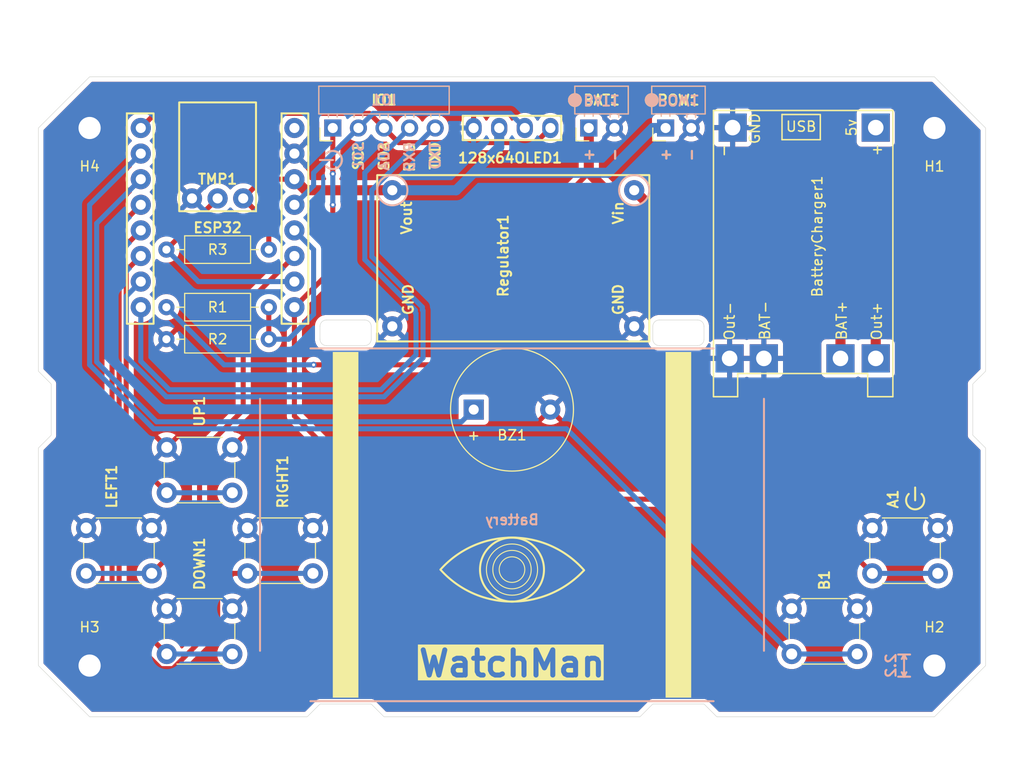
<source format=kicad_pcb>
(kicad_pcb (version 20241229) (generator "pcbnew") (generator_version "9.0")
  (layers (0 "F.Cu" signal) (2 "B.Cu" signal) (13 "F.Paste" user) (15 "B.Paste" user) (5 "F.SilkS" user "F.Silkscreen") (7 "B.SilkS" user "B.Silkscreen") (1 "F.Mask" user) (3 "B.Mask" user) (25 "Edge.Cuts" user))
  (net 0 "")
  (net 1 "GND")
  (net 2 "3.3V")
  (net 3 "Net-(BatteryCharger1-OUT+)")
  (net 5 "BAT")
  (net 7 "Net-(BAT1-+)")
  (net 8 "A")
  (net 9 "B")
  (net 10 "BUZZER")
  (net 11 "DOWN")
  (net 12 "TMP")
  (net 13 "RIGHT")
  (net 14 "UP")
  (net 15 "LEFT")
  (net 16 "SCL")
  (net 17 "SDA")
  (net 18 "RXD")
  (net 19 "TXD")
  (footprint "Button_Switch_THT:SW_PUSH_6mm" (layer "F.Cu") (at 73.75 111.75)
    (property "Reference" "RIGHT1" (at 3.505 -1.84 270) (layer "F.SilkS") (effects (font (thickness 0.2) (bold yes)) (justify left)))
    (property "Value" "~")
    (fp_line (start -0.25 1.5) (end -0.25 3) (stroke (width 0.12)) (layer "F.SilkS"))
    (fp_line (start 1 5.5) (end 5.5 5.5) (stroke (width 0.12)) (layer "F.SilkS"))
    (fp_line (start 5.5 -1) (end 1 -1) (stroke (width 0.12)) (layer "F.SilkS"))
    (fp_line (start 6.75 3) (end 6.75 1.5) (stroke (width 0.12)) (layer "F.SilkS"))
    (pad "1" thru_hole circle (at 0 0 90) (size 2 2) (drill 1.1) (layers "*.Cu" "*.Mask") (net 1 "GND"))
    (pad "1" thru_hole circle (at 6.5 0 90) (size 2 2) (drill 1.1) (layers "*.Cu" "*.Mask") (net 1 "GND"))
    (pad "2" thru_hole circle (at 0 4.5 90) (size 2 2) (drill 1.1) (layers "*.Cu" "*.Mask") (net 13 "RIGHT"))
    (pad "2" thru_hole circle (at 6.5 4.5 90) (size 2 2) (drill 1.1) (layers "*.Cu" "*.Mask") (net 13 "RIGHT"))
  )
  (footprint "Button_Switch_THT:SW_PUSH_6mm" (layer "F.Cu") (at 127.75 119.75)
    (property "Reference" "B1" (at 3.25 -1.72 90) (layer "F.SilkS") (effects (font (thickness 0.2) (bold yes)) (justify left)))
    (property "Value" "~")
    (fp_line (start -0.25 1.5) (end -0.25 3) (stroke (width 0.12)) (layer "F.SilkS"))
    (fp_line (start 1 5.5) (end 5.5 5.5) (stroke (width 0.12)) (layer "F.SilkS"))
    (fp_line (start 5.5 -1) (end 1 -1) (stroke (width 0.12)) (layer "F.SilkS"))
    (fp_line (start 6.75 3) (end 6.75 1.5) (stroke (width 0.12)) (layer "F.SilkS"))
    (pad "1" thru_hole circle (at 0 0 90) (size 2 2) (drill 1.1) (layers "*.Cu" "*.Mask") (net 1 "GND"))
    (pad "1" thru_hole circle (at 6.5 0 90) (size 2 2) (drill 1.1) (layers "*.Cu" "*.Mask") (net 1 "GND"))
    (pad "2" thru_hole circle (at 0 4.5 90) (size 2 2) (drill 1.1) (layers "*.Cu" "*.Mask") (net 9 "B"))
    (pad "2" thru_hole circle (at 6.5 4.5 90) (size 2 2) (drill 1.1) (layers "*.Cu" "*.Mask") (net 9 "B"))
  )
  (footprint "Button_Switch_THT:SW_PUSH_6mm" (layer "F.Cu") (at 65.75 119.75)
    (property "Reference" "DOWN1" (at 3.25 -1.72 90) (layer "F.SilkS") (effects (font (thickness 0.2) (bold yes)) (justify left)))
    (property "Value" "~")
    (fp_line (start -0.25 1.5) (end -0.25 3) (stroke (width 0.12)) (layer "F.SilkS"))
    (fp_line (start 1 5.5) (end 5.5 5.5) (stroke (width 0.12)) (layer "F.SilkS"))
    (fp_line (start 5.5 -1) (end 1 -1) (stroke (width 0.12)) (layer "F.SilkS"))
    (fp_line (start 6.75 3) (end 6.75 1.5) (stroke (width 0.12)) (layer "F.SilkS"))
    (pad "1" thru_hole circle (at 0 0 90) (size 2 2) (drill 1.1) (layers "*.Cu" "*.Mask") (net 1 "GND"))
    (pad "1" thru_hole circle (at 6.5 0 90) (size 2 2) (drill 1.1) (layers "*.Cu" "*.Mask") (net 1 "GND"))
    (pad "2" thru_hole circle (at 0 4.5 90) (size 2 2) (drill 1.1) (layers "*.Cu" "*.Mask") (net 11 "DOWN"))
    (pad "2" thru_hole circle (at 6.5 4.5 90) (size 2 2) (drill 1.1) (layers "*.Cu" "*.Mask") (net 11 "DOWN"))
  )
  (footprint "MountingHole:MountingHole_2.2mm_M2_DIN965_Pad_TopBottom" (layer "F.Cu") (at 141.91 125.4)
    (property "Reference" "H2" (at 0 -3.81 0) (layer "F.SilkS"))
    (property "Value" "MountingHole_Pad")
    (pad "1" thru_hole circle (at 0 0) (size 2.6 2.6) (drill 2.2) (layers "*.Cu" "*.Mask") (net 1 "GND"))
    (pad "1" connect circle (at 0 0) (size 3.8 3.8) (layers "F.Cu" "F.Mask") (net 1 "GND"))
    (pad "1" connect circle (at 0 0) (size 3.8 3.8) (layers "B.Cu" "B.Mask") (net 1 "GND"))
  )
  (footprint "Resistor_THT:R_Axial_DIN0207_L6.3mm_D2.5mm_P10.16mm_Horizontal" (layer "F.Cu") (at 65.71 89.84)
    (property "Reference" "R1" (at 5.08 0 0) (layer "F.SilkS"))
    (property "Value" "R")
    (fp_line (start 1.04 0) (end 1.81 0) (stroke (width 0.12)) (layer "F.SilkS"))
    (fp_line (start 9.12 0) (end 8.35 0) (stroke (width 0.12)) (layer "F.SilkS"))
    (fp_rect (start 1.81 -1.37) (end 8.35 1.37) (stroke (width 0.12)) (fill no) (layer "F.SilkS"))
    (pad "1" thru_hole circle (at 0 0) (size 1.6 1.6) (drill 0.8) (layers "*.Cu" "*.Mask") (net 7 "Net-(BAT1-+)"))
    (pad "2" thru_hole circle (at 10.16 0) (size 1.6 1.6) (drill 0.8) (layers "*.Cu" "*.Mask") (net 5 "BAT"))
  )
  (footprint "Button_Switch_THT:SW_PUSH_6mm" (layer "F.Cu") (at 65.75 103.75)
    (property "Reference" "UP1" (at 3.25 -1.96 90) (layer "F.SilkS") (effects (font (thickness 0.2) (bold yes)) (justify left)))
    (property "Value" "~")
    (fp_line (start -0.25 1.5) (end -0.25 3) (stroke (width 0.12)) (layer "F.SilkS"))
    (fp_line (start 1 5.5) (end 5.5 5.5) (stroke (width 0.12)) (layer "F.SilkS"))
    (fp_line (start 5.5 -1) (end 1 -1) (stroke (width 0.12)) (layer "F.SilkS"))
    (fp_line (start 6.75 3) (end 6.75 1.5) (stroke (width 0.12)) (layer "F.SilkS"))
    (pad "1" thru_hole circle (at 0 0 90) (size 2 2) (drill 1.1) (layers "*.Cu" "*.Mask") (net 1 "GND"))
    (pad "1" thru_hole circle (at 6.5 0 90) (size 2 2) (drill 1.1) (layers "*.Cu" "*.Mask") (net 1 "GND"))
    (pad "2" thru_hole circle (at 0 4.5 90) (size 2 2) (drill 1.1) (layers "*.Cu" "*.Mask") (net 14 "UP"))
    (pad "2" thru_hole circle (at 6.5 4.5 90) (size 2 2) (drill 1.1) (layers "*.Cu" "*.Mask") (net 14 "UP"))
  )
  (footprint "custom:LIPOBattery Header" (layer "F.Cu") (at 107.62 72.06 90)
    (property "Reference" "BAT1" (at 2.77 1.27 0) (layer "F.SilkS") (effects (font (thickness 0.2) (bold yes))))
    (property "Value" "~")
    (fp_line (start 4.15 -1.38) (end 1.39 -1.38) (stroke (width 0.12)) (layer "F.SilkS"))
    (fp_line (start 1.39 -1.38) (end 1.39 3.92) (stroke (width 0.12)) (layer "F.SilkS"))
    (fp_line (start -1.27 -1.27) (end 0 -1.27) (stroke (width 0.12)) (layer "F.SilkS"))
    (fp_line (start 1.16 -0.43) (end 1.39 -0.43) (stroke (width 0.12)) (layer "F.SilkS"))
    (fp_line (start -1.27 0) (end -1.27 -1.27) (stroke (width 0.12)) (layer "F.SilkS"))
    (fp_line (start 1.16 0.43) (end 1.39 0.43) (stroke (width 0.12)) (layer "F.SilkS"))
    (fp_line (start 1.077358 2.11) (end 1.39 2.11) (stroke (width 0.12)) (layer "F.SilkS"))
    (fp_line (start 1.077358 2.97) (end 1.39 2.97) (stroke (width 0.12)) (layer "F.SilkS"))
    (fp_line (start 4.15 3.92) (end 4.15 -1.38) (stroke (width 0.12)) (layer "F.SilkS"))
    (fp_line (start 1.39 3.92) (end 4.15 3.92) (stroke (width 0.12)) (layer "F.SilkS"))
    (fp_circle (center 2.77 -1.38) (end 2.77 -0.745) (stroke (width 0.1)) (fill yes) (layer "F.SilkS"))
    (fp_line (start 4.157 -1.3782) (end 1.397 -1.3782) (stroke (width 0.12)) (layer "B.SilkS"))
    (fp_line (start 1.397 -1.3782) (end 1.397 3.9218) (stroke (width 0.12)) (layer "B.SilkS"))
    (fp_line (start 1.167 -0.4282) (end 1.397 -0.4282) (stroke (width 0.12)) (layer "B.SilkS"))
    (fp_line (start 1.167 0.4318) (end 1.397 0.4318) (stroke (width 0.12)) (layer "B.SilkS"))
    (fp_line (start 1.084358 2.1118) (end 1.397 2.1118) (stroke (width 0.12)) (layer "B.SilkS"))
    (fp_line (start 1.084358 2.9718) (end 1.397 2.9718) (stroke (width 0.12)) (layer "B.SilkS"))
    (fp_line (start 4.157 3.9218) (end 4.157 -1.3782) (stroke (width 0.12)) (layer "B.SilkS"))
    (fp_line (start 1.397 3.9218) (end 4.157 3.9218) (stroke (width 0.12)) (layer "B.SilkS"))
    (fp_circle (center 2.77 -1.38) (end 2.77 -0.745) (stroke (width 0.1)) (fill yes) (layer "B.SilkS"))
    (fp_text user "+" (at -1.905 0 90) (layer "F.SilkS") (effects (font (thickness 0.2) (bold yes)) (justify right)))
    (fp_text user "-" (at -1.905 2.54 90) (layer "F.SilkS") (effects (font (thickness 0.2) (bold yes)) (justify right)))
    (fp_text user "-" (at -1.905 2.54 90) (layer "B.SilkS") (effects (font (thickness 0.2) (bold yes)) (justify left mirror)))
    (fp_text user "+" (at -1.905 0 90) (layer "B.SilkS") (effects (font (thickness 0.2) (bold yes)) (justify left mirror)))
    (fp_text user "${REFERENCE}" (at 2.77 1.27 180) (layer "B.SilkS") (effects (font (thickness 0.2) (bold yes)) (justify mirror)))
    (pad "1" thru_hole circle (at 0 2.54 90) (size 1.7 1.7) (drill 1) (layers "*.Cu" "*.Mask") (net 1 "GND"))
    (pad "2" thru_hole rect (at 0 0 90) (size 1.7 1.7) (drill 1) (layers "*.Cu" "*.Mask") (net 7 "Net-(BAT1-+)"))
  )
  (footprint "custom:Battery" (layer "F.Cu") (at 100 111.43)
    (property "Reference" "Battery" (at 0 -0.5 0) (layer "B.SilkS") (effects (font (thickness 0.2) (bold yes)) (justify mirror)))
    (property "Value" "Battery")
    (fp_line (start -25 -12.5) (end -25 12.5) (stroke (width 0.2)) (layer "B.SilkS"))
    (fp_line (start -20 17.5) (end 20 17.5) (stroke (width 0.2)) (layer "B.SilkS"))
    (fp_line (start 20 -17.5) (end -20 -17.5) (stroke (width 0.2)) (layer "B.SilkS"))
    (fp_line (start 25 -12.5) (end 25 12.5) (stroke (width 0.2)) (layer "B.SilkS"))
  )
  (footprint "custom:BuckBoost3.3V_0.85A" (layer "F.Cu") (at 99.625 84.735 90)
    (property "Reference" "Regulator1" (at 0 -0.5 90) (layer "F.SilkS") (effects (font (thickness 0.2) (bold yes))))
    (property "Value" "~")
    (fp_rect (start -8.5 -13) (end 8 14) (stroke (width 0.2)) (fill no) (layer "F.SilkS"))
    (fp_circle (center 6.5 -11.5) (end 8 -11.5) (stroke (width 0.2)) (fill no) (layer "B.SilkS"))
    (fp_circle (center 6.5 12.5) (end 8 12.5) (stroke (width 0.2)) (fill no) (layer "B.SilkS"))
    (fp_text user "Vout" (at 5.5 -9.5 90) (layer "F.SilkS") (effects (font (thickness 0.2) (bold yes)) (justify right bottom)))
    (fp_text user "GND" (at -6 11.5 90) (layer "F.SilkS") (effects (font (thickness 0.2) (bold yes)) (justify left bottom)))
    (fp_text user "GND" (at -6 -10.5 90) (layer "F.SilkS") (effects (font (thickness 0.2) (bold yes)) (justify left top)))
    (fp_text user "Vin" (at 5.5 11.5 90) (layer "F.SilkS") (effects (font (thickness 0.2) (bold yes)) (justify right bottom)))
    (pad "1" thru_hole circle (at -7 -11.5 90) (size 2 2) (drill 1) (layers "*.Cu" "*.Mask") (net 1 "GND"))
    (pad "1" thru_hole circle (at -7 12.5 90) (size 2 2) (drill 1) (layers "*.Cu" "*.Mask") (net 1 "GND"))
    (pad "2" thru_hole circle (at 6.5 12.5 90) (size 2 2) (drill 1) (layers "*.Cu" "*.Mask") (net 3 "Net-(BatteryCharger1-OUT+)"))
    (pad "3" thru_hole circle (at 6.5 -11.5 90) (size 2 2) (drill 1) (layers "*.Cu" "*.Mask") (net 2 "3.3V"))
  )
  (footprint "Button_Switch_THT:SW_PUSH_6mm" (layer "F.Cu") (at 135.75 111.75)
    (property "Reference" "A1" (at 2.06 -1.84 90) (layer "F.SilkS") (effects (font (thickness 0.2) (bold yes)) (justify left)))
    (property "Value" "~")
    (fp_line (start -0.25 1.5) (end -0.25 3) (stroke (width 0.12)) (layer "F.SilkS"))
    (fp_line (start 1 5.5) (end 5.5 5.5) (stroke (width 0.12)) (layer "F.SilkS"))
    (fp_line (start 5.5 -1) (end 1 -1) (stroke (width 0.12)) (layer "F.SilkS"))
    (fp_line (start 6.75 3) (end 6.75 1.5) (stroke (width 0.12)) (layer "F.SilkS"))
    (pad "1" thru_hole circle (at 0 0 90) (size 2 2) (drill 1.1) (layers "*.Cu" "*.Mask") (net 1 "GND"))
    (pad "1" thru_hole circle (at 6.5 0 90) (size 2 2) (drill 1.1) (layers "*.Cu" "*.Mask") (net 1 "GND"))
    (pad "2" thru_hole circle (at 0 4.5 90) (size 2 2) (drill 1.1) (layers "*.Cu" "*.Mask") (net 8 "A"))
    (pad "2" thru_hole circle (at 6.5 4.5 90) (size 2 2) (drill 1.1) (layers "*.Cu" "*.Mask") (net 8 "A"))
  )
  (footprint "Button_Switch_THT:SW_PUSH_6mm" (layer "F.Cu") (at 57.75 111.75)
    (property "Reference" "LEFT1" (at 2.535 -1.84 270) (layer "F.SilkS") (effects (font (thickness 0.2) (bold yes)) (justify left)))
    (property "Value" "~")
    (fp_line (start -0.25 1.5) (end -0.25 3) (stroke (width 0.12)) (layer "F.SilkS"))
    (fp_line (start 1 5.5) (end 5.5 5.5) (stroke (width 0.12)) (layer "F.SilkS"))
    (fp_line (start 5.5 -1) (end 1 -1) (stroke (width 0.12)) (layer "F.SilkS"))
    (fp_line (start 6.75 3) (end 6.75 1.5) (stroke (width 0.12)) (layer "F.SilkS"))
    (pad "1" thru_hole circle (at 0 0 90) (size 2 2) (drill 1.1) (layers "*.Cu" "*.Mask") (net 1 "GND"))
    (pad "1" thru_hole circle (at 6.5 0 90) (size 2 2) (drill 1.1) (layers "*.Cu" "*.Mask") (net 1 "GND"))
    (pad "2" thru_hole circle (at 0 4.5 90) (size 2 2) (drill 1.1) (layers "*.Cu" "*.Mask") (net 15 "LEFT"))
    (pad "2" thru_hole circle (at 6.5 4.5 90) (size 2 2) (drill 1.1) (layers "*.Cu" "*.Mask") (net 15 "LEFT"))
  )
  (footprint "custom:LIPOBattery Header" (layer "F.Cu") (at 115.24 72.06 90)
    (property "Reference" "POW1" (at 2.77 1.27 0) (layer "F.SilkS") (effects (font (thickness 0.2) (bold yes))))
    (property "Value" "~")
    (fp_line (start 4.15 -1.38) (end 1.39 -1.38) (stroke (width 0.12)) (layer "F.SilkS"))
    (fp_line (start 1.39 -1.38) (end 1.39 3.92) (stroke (width 0.12)) (layer "F.SilkS"))
    (fp_line (start -1.27 -1.27) (end 0 -1.27) (stroke (width 0.12)) (layer "F.SilkS"))
    (fp_line (start 1.16 -0.43) (end 1.39 -0.43) (stroke (width 0.12)) (layer "F.SilkS"))
    (fp_line (start -1.27 0) (end -1.27 -1.27) (stroke (width 0.12)) (layer "F.SilkS"))
    (fp_line (start 1.16 0.43) (end 1.39 0.43) (stroke (width 0.12)) (layer "F.SilkS"))
    (fp_line (start 1.077358 2.11) (end 1.39 2.11) (stroke (width 0.12)) (layer "F.SilkS"))
    (fp_line (start 1.077358 2.97) (end 1.39 2.97) (stroke (width 0.12)) (layer "F.SilkS"))
    (fp_line (start 4.15 3.92) (end 4.15 -1.38) (stroke (width 0.12)) (layer "F.SilkS"))
    (fp_line (start 1.39 3.92) (end 4.15 3.92) (stroke (width 0.12)) (layer "F.SilkS"))
    (fp_circle (center 2.77 -1.38) (end 2.77 -0.745) (stroke (width 0.1)) (fill yes) (layer "F.SilkS"))
    (fp_line (start 4.157 -1.3782) (end 1.397 -1.3782) (stroke (width 0.12)) (layer "B.SilkS"))
    (fp_line (start 1.397 -1.3782) (end 1.397 3.9218) (stroke (width 0.12)) (layer "B.SilkS"))
    (fp_line (start 1.167 -0.4282) (end 1.397 -0.4282) (stroke (width 0.12)) (layer "B.SilkS"))
    (fp_line (start 1.167 0.4318) (end 1.397 0.4318) (stroke (width 0.12)) (layer "B.SilkS"))
    (fp_line (start 1.084358 2.1118) (end 1.397 2.1118) (stroke (width 0.12)) (layer "B.SilkS"))
    (fp_line (start 1.084358 2.9718) (end 1.397 2.9718) (stroke (width 0.12)) (layer "B.SilkS"))
    (fp_line (start 4.157 3.9218) (end 4.157 -1.3782) (stroke (width 0.12)) (layer "B.SilkS"))
    (fp_line (start 1.397 3.9218) (end 4.157 3.9218) (stroke (width 0.12)) (layer "B.SilkS"))
    (fp_circle (center 2.77 -1.38) (end 2.77 -0.745) (stroke (width 0.1)) (fill yes) (layer "B.SilkS"))
    (fp_text user "+" (at -1.905 0 90) (layer "F.SilkS") (effects (font (thickness 0.2) (bold yes)) (justify right)))
    (fp_text user "-" (at -1.905 2.54 90) (layer "F.SilkS") (effects (font (thickness 0.2) (bold yes)) (justify right)))
    (fp_text user "${REFERENCE}" (at 2.77 1.27 180) (layer "B.SilkS") (effects (font (thickness 0.2) (bold yes)) (justify mirror)))
    (fp_text user "+" (at -1.905 0 90) (layer "B.SilkS") (effects (font (thickness 0.2) (bold yes)) (justify left mirror)))
    (fp_text user "-" (at -1.905 2.54 90) (layer "B.SilkS") (effects (font (thickness 0.2) (bold yes)) (justify left mirror)))
    (pad "1" thru_hole circle (at 0 2.54 90) (size 1.7 1.7) (drill 1) (layers "*.Cu" "*.Mask") (net 1 "GND"))
    (pad "2" thru_hole rect (at 0 0 90) (size 1.7 1.7) (drill 1) (layers "*.Cu" "*.Mask") (net 2 "3.3V"))
  )
  (footprint "MountingHole:MountingHole_2.2mm_M2_DIN965_Pad_TopBottom" (layer "F.Cu") (at 58.09 72.06)
    (property "Reference" "H4" (at 0 3.81 0) (layer "F.SilkS"))
    (property "Value" "MountingHole_Pad")
    (pad "1" thru_hole circle (at 0 0) (size 2.6 2.6) (drill 2.2) (layers "*.Cu" "*.Mask") (net 1 "GND"))
    (pad "1" connect circle (at 0 0) (size 3.8 3.8) (layers "F.Cu" "F.Mask") (net 1 "GND"))
    (pad "1" connect circle (at 0 0) (size 3.8 3.8) (layers "B.Cu" "B.Mask") (net 1 "GND"))
  )
  (footprint "custom:IOPins" (layer "F.Cu") (at 82.22 72.06 90)
    (property "Reference" "IO1" (at 2.77 5.08 0) (layer "F.SilkS") (effects (font (thickness 0.2) (bold yes))))
    (property "Value" "~")
    (fp_line (start 4.15 -1.38) (end 1.39 -1.38) (stroke (width 0.12)) (layer "F.SilkS"))
    (fp_line (start 1.39 -1.38) (end 1.39 11.54) (stroke (width 0.12)) (layer "F.SilkS"))
    (fp_line (start -1.27 -1.27) (end 0 -1.27) (stroke (width 0.12)) (layer "F.SilkS"))
    (fp_line (start 1.16 -0.43) (end 1.39 -0.43) (stroke (width 0.12)) (layer "F.SilkS"))
    (fp_line (start -1.27 0) (end -1.27 -1.27) (stroke (width 0.12)) (layer "F.SilkS"))
    (fp_line (start -3.175 0) (end -3.175 -1.27) (stroke (width 0.2)) (layer "F.SilkS"))
    (fp_line (start 1.16 0.43) (end 1.39 0.43) (stroke (width 0.12)) (layer "F.SilkS"))
    (fp_line (start 1.077358 2.11) (end 1.39 2.11) (stroke (width 0.12)) (layer "F.SilkS"))
    (fp_line (start 1.077358 2.97) (end 1.39 2.97) (stroke (width 0.12)) (layer "F.SilkS"))
    (fp_line (start 1.077358 4.65) (end 1.39 4.65) (stroke (width 0.12)) (layer "F.SilkS"))
    (fp_line (start 1.077358 5.51) (end 1.39 5.51) (stroke (width 0.12)) (layer "F.SilkS"))
    (fp_line (start 1.077358 7.19) (end 1.39 7.19) (stroke (width 0.12)) (layer "F.SilkS"))
    (fp_line (start 1.077358 8.05) (end 1.39 8.05) (stroke (width 0.12)) (layer "F.SilkS"))
    (fp_line (start 1.077358 9.73) (end 1.39 9.73) (stroke (width 0.12)) (layer "F.SilkS"))
    (fp_line (start 1.077358 10.59) (end 1.39 10.59) (stroke (width 0.12)) (layer "F.SilkS"))
    (fp_line (start 4.15 11.54) (end 4.15 -1.38) (stroke (width 0.12)) (layer "F.SilkS"))
    (fp_line (start 1.39 11.54) (end 4.15 11.54) (stroke (width 0.12)) (layer "F.SilkS"))
    (fp_arc (start -2.54 -0.635) (mid -3.175 0.898026) (end -3.81 -0.635) (stroke (width 0.2)) (layer "F.SilkS"))
    (fp_line (start 4.157 -1.38) (end 4.157 11.54) (stroke (width 0.12)) (layer "B.SilkS"))
    (fp_line (start 1.397 -1.38) (end 4.157 -1.38) (stroke (width 0.12)) (layer "B.SilkS"))
    (fp_line (start 1.084358 -0.43) (end 1.397 -0.43) (stroke (width 0.12)) (layer "B.SilkS"))
    (fp_line (start -3.175 0) (end -3.175 -1.27) (stroke (width 0.2)) (layer "B.SilkS"))
    (fp_line (start 1.084358 0.43) (end 1.397 0.43) (stroke (width 0.12)) (layer "B.SilkS"))
    (fp_line (start 1.084358 2.11) (end 1.397 2.11) (stroke (width 0.12)) (layer "B.SilkS"))
    (fp_line (start 1.084358 2.97) (end 1.397 2.97) (stroke (width 0.12)) (layer "B.SilkS"))
    (fp_line (start 1.084358 4.65) (end 1.397 4.65) (stroke (width 0.12)) (layer "B.SilkS"))
    (fp_line (start 1.084358 5.51) (end 1.397 5.51) (stroke (width 0.12)) (layer "B.SilkS"))
    (fp_line (start 1.084358 7.19) (end 1.397 7.19) (stroke (width 0.12)) (layer "B.SilkS"))
    (fp_line (start 1.084358 8.05) (end 1.397 8.05) (stroke (width 0.12)) (layer "B.SilkS"))
    (fp_line (start 1.167 9.73) (end 1.397 9.73) (stroke (width 0.12)) (layer "B.SilkS"))
    (fp_line (start 1.167 10.59) (end 1.397 10.59) (stroke (width 0.12)) (layer "B.SilkS"))
    (fp_line (start 4.157 11.54) (end 1.397 11.54) (stroke (width 0.12)) (layer "B.SilkS"))
    (fp_line (start 1.397 11.54) (end 1.397 -1.38) (stroke (width 0.12)) (layer "B.SilkS"))
    (fp_arc (start -2.54 -0.635) (mid -3.175 0.898026) (end -3.81 -0.635) (stroke (width 0.2)) (layer "B.SilkS"))
    (fp_text user "TXD" (at -1.27 10.16 90) (layer "F.SilkS") (effects (font (thickness 0.2) (bold yes)) (justify right)))
    (fp_text user "RXD" (at -1.27 7.62 90) (layer "F.SilkS") (effects (font (thickness 0.2) (bold yes)) (justify right)))
    (fp_text user "SDA" (at -1.27 5.08 90) (layer "F.SilkS") (effects (font (thickness 0.2) (bold yes)) (justify right)))
    (fp_text user "SCL" (at -1.27 2.54 90) (layer "F.SilkS") (effects (font (thickness 0.2) (bold yes)) (justify right)))
    (fp_text user "RXD" (at -1.27 7.62 90) (layer "B.SilkS") (effects (font (thickness 0.2) (bold yes)) (justify left mirror)))
    (fp_text user "${REFERENCE}" (at 2.77 5.08 0) (layer "B.SilkS") (effects (font (thickness 0.2) (bold yes)) (justify mirror)))
    (fp_text user "SDA" (at -1.27 5.08 90) (layer "B.SilkS") (effects (font (thickness 0.2) (bold yes)) (justify left mirror)))
    (fp_text user "TXD" (at -1.27 10.16 90) (layer "B.SilkS") (effects (font (thickness 0.2) (bold yes)) (justify left mirror)))
    (fp_text user "SCL" (at -1.27 2.54 90) (layer "B.SilkS") (effects (font (thickness 0.2) (bold yes)) (justify left mirror)))
    (pad "1" thru_hole rect (at 0 0 90) (size 1.7 1.7) (drill 1) (layers "*.Cu" "*.Mask") (net 8 "A"))
    (pad "2" thru_hole circle (at 0 2.54 90) (size 1.7 1.7) (drill 1) (layers "*.Cu" "*.Mask") (net 16 "SCL"))
    (pad "3" thru_hole circle (at 0 5.08 90) (size 1.7 1.7) (drill 1) (layers "*.Cu" "*.Mask") (net 17 "SDA"))
    (pad "4" thru_hole circle (at 0 7.62 90) (size 1.7 1.7) (drill 1) (layers "*.Cu" "*.Mask") (net 18 "RXD"))
    (pad "5" thru_hole circle (at 0 10.16 90) (size 1.7 1.7) (drill 1) (layers "*.Cu" "*.Mask") (net 19 "TXD"))
  )
  (footprint "Resistor_THT:R_Axial_DIN0207_L6.3mm_D2.5mm_P10.16mm_Horizontal" (layer "F.Cu") (at 65.71 84.125)
    (property "Reference" "R3" (at 5.08 0 0) (layer "F.SilkS"))
    (property "Value" "R")
    (fp_line (start 1.04 0) (end 1.81 0) (stroke (width 0.12)) (layer "F.SilkS"))
    (fp_line (start 9.12 0) (end 8.35 0) (stroke (width 0.12)) (layer "F.SilkS"))
    (fp_rect (start 1.81 -1.37) (end 8.35 1.37) (stroke (width 0.12)) (fill no) (layer "F.SilkS"))
    (pad "1" thru_hole circle (at 0 0) (size 1.6 1.6) (drill 0.8) (layers "*.Cu" "*.Mask") (net 12 "TMP"))
    (pad "2" thru_hole circle (at 10.16 0) (size 1.6 1.6) (drill 0.8) (layers "*.Cu" "*.Mask") (net 2 "3.3V"))
  )
  (footprint "custom:128x64OLED" (layer "F.Cu") (at 99.81 82.66)
    (property "Reference" "128x64OLED1" (at 0 -7.62 0) (layer "F.SilkS") (effects (font (thickness 0.2) (bold yes))))
    (property "Value" "~")
    (fp_line (start -4.699 -11.811) (end -4.699 -9.398) (stroke (width 0.2)) (layer "F.SilkS"))
    (fp_line (start -4.699 -11.811) (end 5.08 -11.811) (stroke (width 0.2)) (layer "F.SilkS"))
    (fp_line (start 5.08 -11.811) (end 5.08 -9.398) (stroke (width 0.2)) (layer "F.SilkS"))
    (fp_line (start 5.08 -9.398) (end -4.699 -9.398) (stroke (width 0.2)) (layer "F.SilkS"))
    (pad "1" thru_hole oval (at -3.62 -10.6 90) (size 2 1.6) (drill 1) (layers "*.Cu" "*.Mask") (net 1 "GND"))
    (pad "2" thru_hole oval (at -1.08 -10.6 90) (size 2 1.6) (drill 1) (layers "*.Cu" "*.Mask") (net 2 "3.3V"))
    (pad "3" thru_hole oval (at 1.46 -10.6 90) (size 2 1.6) (drill 1) (layers "*.Cu" "*.Mask") (net 16 "SCL"))
    (pad "4" thru_hole oval (at 4 -10.6 90) (size 2 1.6) (drill 1) (layers "*.Cu" "*.Mask") (net 17 "SDA"))
  )
  (footprint "Resistor_THT:R_Axial_DIN0207_L6.3mm_D2.5mm_P10.16mm_Horizontal" (layer "F.Cu") (at 75.87 93.015 180)
    (property "Reference" "R2" (at 5.08 0 0) (layer "F.SilkS"))
    (property "Value" "R")
    (fp_line (start 9.12 0) (end 8.35 0) (stroke (width 0.12)) (layer "F.SilkS"))
    (fp_line (start 1.04 0) (end 1.81 0) (stroke (width 0.12)) (layer "F.SilkS"))
    (fp_rect (start 1.81 -1.37) (end 8.35 1.37) (stroke (width 0.12)) (fill no) (layer "F.SilkS"))
    (pad "1" thru_hole circle (at 0 0 180) (size 1.6 1.6) (drill 0.8) (layers "*.Cu" "*.Mask") (net 5 "BAT"))
    (pad "2" thru_hole circle (at 10.16 0 180) (size 1.6 1.6) (drill 0.8) (layers "*.Cu" "*.Mask") (net 1 "GND"))
  )
  (footprint "MountingHole:MountingHole_2.2mm_M2_DIN965_Pad_TopBottom" (layer "F.Cu") (at 58.09 125.4)
    (property "Reference" "H3" (at 0 -3.81 0) (layer "F.SilkS"))
    (property "Value" "MountingHole_Pad")
    (pad "1" thru_hole circle (at 0 0) (size 2.6 2.6) (drill 2.2) (layers "*.Cu" "*.Mask") (net 1 "GND"))
    (pad "1" connect circle (at 0 0) (size 3.8 3.8) (layers "F.Cu" "F.Mask") (net 1 "GND"))
    (pad "1" connect circle (at 0 0) (size 3.8 3.8) (layers "B.Cu" "B.Mask") (net 1 "GND"))
  )
  (footprint "custom:MODULE_ESP32-C3_SUPERMINI_TH" (layer "F.Cu") (at 70.79 81.96)
    (property "Reference" "ESP32" (at 0 0 0) (layer "F.SilkS") (effects (font (thickness 0.2) (bold yes))))
    (property "Value" "~")
    (fp_rect (start -9 -11.35) (end -6.35 9.525) (stroke (width 0.2)) (fill no) (layer "F.SilkS"))
    (fp_rect (start 6.35 -11.35) (end 9 9.525) (stroke (width 0.2)) (fill no) (layer "F.SilkS"))
    (pad "0" thru_hole circle (at 7.62 7.88) (size 2 2) (drill 1) (layers "*.Cu" "*.Mask") (net 8 "A"))
    (pad "1" thru_hole circle (at 7.62 5.34) (size 2 2) (drill 1) (layers "*.Cu" "*.Mask") (net 12 "TMP"))
    (pad "2" thru_hole circle (at 7.62 2.8) (size 2 2) (drill 1) (layers "*.Cu" "*.Mask") (net 15 "LEFT"))
    (pad "3" thru_hole circle (at 7.62 0.26) (size 2 2) (drill 1) (layers "*.Cu" "*.Mask") (net 5 "BAT"))
    (pad "3.3" thru_hole circle (at 7.62 -4.82) (size 2 2) (drill 1) (layers "*.Cu" "*.Mask") (net 2 "3.3V"))
    (pad "4" thru_hole circle (at 7.62 -2.28) (size 2 2) (drill 1) (layers "*.Cu" "*.Mask") (net 16 "SCL"))
    (pad "5" thru_hole circle (at -7.62 -9.9) (size 2 2) (drill 1) (layers "*.Cu" "*.Mask") (net 17 "SDA"))
    (pad "5V" thru_hole circle (at 7.62 -9.9) (size 2 2) (drill 1) (layers "*.Cu" "*.Mask"))
    (pad "6" thru_hole circle (at -7.62 -7.36) (size 2 2) (drill 1) (layers "*.Cu" "*.Mask") (net 9 "B"))
    (pad "7" thru_hole circle (at -7.62 -4.82) (size 2 2) (drill 1) (layers "*.Cu" "*.Mask") (net 10 "BUZZER"))
    (pad "8" thru_hole circle (at -7.62 -2.28) (size 2 2) (drill 1) (layers "*.Cu" "*.Mask") (net 13 "RIGHT"))
    (pad "9" thru_hole circle (at -7.62 0.26) (size 2 2) (drill 1) (layers "*.Cu" "*.Mask") (net 11 "DOWN"))
    (pad "10" thru_hole circle (at -7.62 2.8) (size 2 2) (drill 1) (layers "*.Cu" "*.Mask") (net 14 "UP"))
    (pad "20" thru_hole circle (at -7.62 5.34) (size 2 2) (drill 1) (layers "*.Cu" "*.Mask") (net 19 "TXD"))
    (pad "21" thru_hole circle (at -7.62 7.88) (size 2 2) (drill 1) (layers "*.Cu" "*.Mask") (net 18 "RXD"))
    (pad "G" thru_hole circle (at 7.62 -7.36) (size 2 2) (drill 1) (layers "*.Cu" "*.Mask") (net 1 "GND"))
  )
  (footprint "Buzzer_Beeper:Buzzer_12x9.5RM7.6" (layer "F.Cu") (at 96.2 100)
    (property "Reference" "BZ1" (at 3.8 2.54 0) (layer "F.SilkS"))
    (property "Value" "Buzzer")
    (fp_circle (center 3.8 0) (end 9.9 0) (stroke (width 0.12)) (fill no) (layer "F.SilkS"))
    (fp_text user "+" (at 0 2.54 0) (layer "F.SilkS"))
    (pad "1" thru_hole rect (at 0 0) (size 2 2) (drill 1) (layers "*.Cu" "*.Mask") (net 10 "BUZZER"))
    (pad "2" thru_hole circle (at 7.6 0) (size 2 2) (drill 1) (layers "*.Cu" "*.Mask") (net 1 "GND"))
  )
  (footprint "custom:TP4056-18650" (layer "F.Cu") (at 137.79 70.32 -90)
    (property "Reference" "BatteryCharger1" (at 12.5 7.5 90) (layer "F.SilkS"))
    (property "Value" "~")
    (fp_line (start 0 17.8) (end 0 0) (stroke (width 0.15)) (layer "F.SilkS"))
    (fp_line (start 28.4 17.8) (end 0 17.8) (stroke (width 0.15)) (layer "F.SilkS"))
    (fp_line (start 28.4 15.7) (end 28.4 17.8) (stroke (width 0.15)) (layer "F.SilkS"))
    (fp_line (start 26.1 15.4) (end 26.4 15.4) (stroke (width 0.15)) (layer "F.SilkS"))
    (fp_line (start 26.3 15.4) (end 28.4 15.4) (stroke (width 0.15)) (layer "F.SilkS"))
    (fp_line (start 28.4 15.4) (end 28.4 15.7) (stroke (width 0.15)) (layer "F.SilkS"))
    (fp_line (start 0.4 11) (end 0.4 7.3) (stroke (width 0.15)) (layer "F.SilkS"))
    (fp_line (start 2.9 11) (end 0.4 11) (stroke (width 0.15)) (layer "F.SilkS"))
    (fp_line (start 0.4 7.2) (end 2.9 7.2) (stroke (width 0.15)) (layer "F.SilkS"))
    (fp_line (start 2.9 7.2) (end 2.9 11) (stroke (width 0.15)) (layer "F.SilkS"))
    (fp_line (start 26.1 2.5) (end 26.1 15.4) (stroke (width 0.15)) (layer "F.SilkS"))
    (fp_line (start 28.4 2.5) (end 26.1 2.5) (stroke (width 0.15)) (layer "F.SilkS"))
    (fp_line (start 0 0) (end 26.3 0) (stroke (width 0.15)) (layer "F.SilkS"))
    (fp_line (start 26.3 0) (end 28.4 0) (stroke (width 0.15)) (layer "F.SilkS"))
    (fp_line (start 28.4 0) (end 28.4 2.5) (stroke (width 0.15)) (layer "F.SilkS"))
    (fp_text user "Out+" (at 20.9 1.6 90) (layer "F.SilkS"))
    (fp_text user "GND" (at 1.8 13.7 90) (layer "F.SilkS"))
    (fp_text user "Out-" (at 20.9 16.2 90) (layer "F.SilkS"))
    (fp_text user "5v" (at 1.7 4.1 90) (layer "F.SilkS"))
    (fp_text user "BAT+" (at 22.86 5.08 90) (layer "F.SilkS") (effects (justify left)))
    (fp_text user "BAT-" (at 22.86 12.7 90) (layer "F.SilkS") (effects (justify left)))
    (fp_text user "+" (at 3.9 1.6 90) (layer "F.SilkS"))
    (fp_text user "-" (at 4 16.8 90) (layer "F.SilkS"))
    (fp_text user "USB" (at 1.6 9.1 0) (layer "F.SilkS"))
    (pad "1" thru_hole rect (at 1.7 15.9 270) (size 2.8 2.8) (drill 1.54) (layers "*.Cu" "*.Mask") (net 1 "GND"))
    (pad "1" thru_hole rect (at 24.6 12.8 270) (size 2.8 2.8) (drill 1.54) (layers "*.Cu" "*.Mask") (net 1 "GND"))
    (pad "1" thru_hole rect (at 24.6 16.2 270) (size 2.8 2.8) (drill 1.54) (layers "*.Cu" "*.Mask") (net 1 "GND"))
    (pad "2" thru_hole rect (at 1.7 1.7 270) (size 2.8 2.8) (drill 1.54) (layers "*.Cu" "*.Mask"))
    (pad "3" thru_hole rect (at 24.6 5.2 270) (size 2.8 2.8) (drill 1.54) (layers "*.Cu" "*.Mask") (net 7 "Net-(BAT1-+)"))
    (pad "4" thru_hole rect (at 24.6 1.7 270) (size 2.8 2.8) (drill 1.54) (layers "*.Cu" "*.Mask") (net 3 "Net-(BatteryCharger1-OUT+)"))
  )
  (footprint "MountingHole:MountingHole_2.2mm_M2_DIN965_Pad_TopBottom" (layer "F.Cu") (at 141.91 72.06)
    (property "Reference" "H1" (at 0 3.81 0) (layer "F.SilkS"))
    (property "Value" "MountingHole_Pad")
    (pad "1" thru_hole circle (at 0 0) (size 2.6 2.6) (drill 2.2) (layers "*.Cu" "*.Mask") (net 1 "GND"))
    (pad "1" connect circle (at 0 0) (size 3.8 3.8) (layers "F.Cu" "F.Mask") (net 1 "GND"))
    (pad "1" connect circle (at 0 0) (size 3.8 3.8) (layers "B.Cu" "B.Mask") (net 1 "GND"))
  )
  (footprint "custom:TMPSensor" (layer "F.Cu") (at 68.25 79.045)
    (property "Reference" "TMP1" (at 2.54 -1.905 0) (layer "F.SilkS") (effects (font (thickness 0.2) (bold yes))))
    (property "Value" "~")
    (fp_poly (pts (xy 6.35 1.27) (xy -1.27 1.27) (xy -1.27 -9.525) (xy 6.35 -9.525)) (stroke (width 0.2)) (fill no) (layer "F.SilkS"))
    (pad "1" thru_hole circle (at 0 0) (size 2 2) (drill 1) (layers "*.Cu" "*.Mask") (net 1 "GND"))
    (pad "2" thru_hole circle (at 2.54 0) (size 2 2) (drill 1) (layers "*.Cu" "*.Mask") (net 12 "TMP"))
    (pad "3" thru_hole circle (at 5.08 0) (size 2 2) (drill 1) (layers "*.Cu" "*.Mask") (net 2 "3.3V"))
  )
  (gr_circle (center 100 115.875) (end 100 117.78) (stroke (width 0.1)) (fill no) (layer "F.SilkS"))
  (gr_circle (center 100 115.875) (end 100 119.05) (stroke (width 0.2)) (fill no) (layer "F.SilkS"))
  (gr_rect (start 115.24 94.285) (end 117.78 128.575) (fill yes) (layer "F.SilkS"))
  (gr_rect (start 82.22 94.285) (end 84.76 128.575) (fill yes) (layer "F.SilkS"))
  (gr_circle (center 100 115.875) (end 100 114.605) (stroke (width 0.1)) (fill no) (layer "F.SilkS"))
  (gr_arc (start 92.899793 115.875773) (mid 96.110962 113.530116) (end 100 112.7) (stroke (width 0.2)) (layer "F.SilkS"))
  (gr_arc (start 100 119.05) (mid 96.115713 118.222007) (end 92.906735 115.881982) (stroke (width 0.2)) (layer "F.SilkS"))
  (gr_arc (start 100 112.7) (mid 103.927163 113.547269) (end 107.155667 115.938343) (stroke (width 0.2)) (layer "F.SilkS"))
  (gr_line (start 140 109) (end 140 107.73) (stroke (width 0.2)) (layer "F.SilkS"))
  (gr_arc (start 140.635 108.365) (mid 140 109.898026) (end 139.365 108.365) (stroke (width 0.2)) (layer "F.SilkS"))
  (gr_circle (center 100 115.875) (end 100 118.415) (stroke (width 0.1)) (fill no) (layer "F.SilkS"))
  (gr_arc (start 107.134987 115.956511) (mid 103.888371 118.243344) (end 100 119.05) (stroke (width 0.2)) (layer "F.SilkS"))
  (gr_line (start 86.03 93.015) (end 86.03 91.745) (stroke (width 0.05)) (layer "Edge.Cuts"))
  (gr_line (start 85.395 91.11) (end 81.585 91.11) (stroke (width 0.05)) (layer "Edge.Cuts"))
  (gr_line (start 81.585 93.65) (end 85.395 93.65) (stroke (width 0.05)) (layer "Edge.Cuts"))
  (gr_poly (pts (xy 141.91 66.98) (xy 146.99 72.06) (xy 146.99 96.19) (xy 145.72 97.46) (xy 145.72 102.54) (xy 146.99 103.81) (xy 146.99 125.4) (xy 141.91 130.48) (xy 120.32 130.48) (xy 119.05 129.21) (xy 113.97 129.21) (xy 112.7 130.48) (xy 87.3 130.48) (xy 86.03 129.21) (xy 80.95 129.21) (xy 79.68 130.48) (xy 58.09 130.48) (xy 53.01 125.4) (xy 53.01 103.81) (xy 54.28 102.54) (xy 54.28 97.46) (xy 53.01 96.19) (xy 53.01 72.06) (xy 58.09 66.98)) (stroke (width 0.05)) (fill no) (layer "Edge.Cuts"))
  (gr_arc (start 86.03 93.015) (mid 85.844013 93.464013) (end 85.395 93.65) (stroke (width 0.05)) (layer "Edge.Cuts"))
  (gr_line (start 119.05 91.745) (end 119.05 93.015) (stroke (width 0.05)) (layer "Edge.Cuts"))
  (gr_arc (start 114.605 93.65) (mid 114.155987 93.464013) (end 113.97 93.015) (stroke (width 0.05)) (layer "Edge.Cuts"))
  (gr_arc (start 85.395 91.11) (mid 85.844013 91.295987) (end 86.03 91.745) (stroke (width 0.05)) (layer "Edge.Cuts"))
  (gr_arc (start 113.97 91.745) (mid 114.155987 91.295987) (end 114.605 91.11) (stroke (width 0.05)) (layer "Edge.Cuts"))
  (gr_line (start 118.415 93.65) (end 114.605 93.65) (stroke (width 0.05)) (layer "Edge.Cuts"))
  (gr_arc (start 119.05 93.015) (mid 118.864013 93.464013) (end 118.415 93.65) (stroke (width 0.05)) (layer "Edge.Cuts"))
  (gr_arc (start 81.585 93.65) (mid 81.135987 93.464013) (end 80.95 93.015) (stroke (width 0.05)) (layer "Edge.Cuts"))
  (gr_line (start 80.95 91.745) (end 80.95 93.015) (stroke (width 0.05)) (layer "Edge.Cuts"))
  (gr_arc (start 80.95 91.745) (mid 81.135987 91.295987) (end 81.585 91.11) (stroke (width 0.05)) (layer "Edge.Cuts"))
  (gr_line (start 113.97 93.015) (end 113.97 91.745) (stroke (width 0.05)) (layer "Edge.Cuts"))
  (gr_arc (start 118.415 91.11) (mid 118.864013 91.295987) (end 119.05 91.745) (stroke (width 0.05)) (layer "Edge.Cuts"))
  (gr_line (start 114.605 91.11) (end 118.415 91.11) (stroke (width 0.05)) (layer "Edge.Cuts"))
  (gr_text "WatchMan" (at 100 126.67 0) (layer "F.SilkS" knockout) (effects (font (size 2.5 2.5) (thickness 0.5)) (justify bottom)))
  (dimension (type orthogonal) (layer "B.SilkS") (pts (xy 140 124.3) (xy 140 126.5)) (height -1.1) (orientation 1) (format (prefix "") (suffix "") (units 3) (units_format 0) (precision 4) (suppress_zeroes yes)) (style (thickness 0.2) (arrow_length 0.5) (text_position_mode 2) (arrow_direction outward) (extension_height 0.58642) (extension_offset 0.5) (keep_text_aligned yes)) (gr_text "2.2" (at 137.6 125.4 90) (layer "B.SilkS") (effects (font (size 1 1) (thickness 0.2) (bold yes)) (justify mirror))))
  (segment (start 79.505 78.235) (end 88.125 78.235) (width 1) (layer "F.Cu") (net 2))
  (segment (start 73.33 79.045) (end 75.235 77.14) (width 0.5) (layer "F.Cu") (net 2))
  (segment (start 75.87 81.585) (end 73.33 79.045) (width 0.5) (layer "F.Cu") (net 2))
  (segment (start 78.41 77.14) (end 79.505 78.235) (width 1) (layer "F.Cu") (net 2))
  (segment (start 75.87 84.125) (end 75.87 81.585) (width 0.5) (layer "F.Cu") (net 2))
  (segment (start 75.235 77.14) (end 78.41 77.14) (width 0.5) (layer "F.Cu") (net 2))
  (segment (start 98.73 72.06) (end 98.73 73.965) (width 1) (layer "B.Cu") (net 2))
  (segment (start 94.46 78.235) (end 96.19 76.505) (width 1) (layer "B.Cu") (net 2))
  (segment (start 98.73 73.965) (end 96.19 76.505) (width 1) (layer "B.Cu") (net 2))
  (segment (start 109.525 76.505) (end 113.97 72.06) (width 1) (layer "B.Cu") (net 2))
  (segment (start 88.125 78.235) (end 94.46 78.235) (width 1) (layer "B.Cu") (net 2))
  (segment (start 113.97 72.06) (end 115.24 72.06) (width 1) (layer "B.Cu") (net 2))
  (segment (start 96.19 76.505) (end 109.525 76.505) (width 1) (layer "B.Cu") (net 2))
  (segment (start 122.46 88.57) (end 132.14 88.57) (width 1) (layer "F.Cu") (net 3))
  (segment (start 112.125 78.235) (end 122.46 88.57) (width 1) (layer "F.Cu") (net 3))
  (segment (start 136.09 92.52) (end 136.09 94.92) (width 1) (layer "F.Cu") (net 3))
  (segment (start 132.14 88.57) (end 136.09 92.52) (width 1) (layer "F.Cu") (net 3))
  (segment (start 75.87 89.84) (end 75.87 93.015) (width 0.5) (layer "F.Cu") (net 5))
  (segment (start 80.315 84.125) (end 78.41 82.22) (width 0.5) (layer "B.Cu") (net 5))
  (segment (start 77.848512 93.015) (end 80.315 90.548512) (width 0.5) (layer "B.Cu") (net 5))
  (segment (start 80.315 90.548512) (end 80.315 84.125) (width 0.5) (layer "B.Cu") (net 5))
  (segment (start 75.87 93.015) (end 77.848512 93.015) (width 0.5) (layer "B.Cu") (net 5))
  (segment (start 105.715 78.41) (end 107.62 76.505) (width 0.5) (layer "F.Cu") (net 7))
  (segment (start 80.315 95.555) (end 93.65 95.555) (width 0.5) (layer "F.Cu") (net 7))
  (segment (start 93.65 95.555) (end 105.715 83.49) (width 0.5) (layer "F.Cu") (net 7))
  (segment (start 105.715 83.49) (end 105.715 78.41) (width 0.5) (layer "F.Cu") (net 7))
  (segment (start 130.48 89.84) (end 132.59 91.95) (width 1) (layer "F.Cu") (net 7))
  (segment (start 132.59 91.95) (end 132.59 94.92) (width 1) (layer "F.Cu") (net 7))
  (segment (start 120.955 89.84) (end 130.48 89.84) (width 1) (layer "F.Cu") (net 7))
  (segment (start 107.62 76.505) (end 120.955 89.84) (width 1) (layer "F.Cu") (net 7))
  (segment (start 107.62 72.06) (end 107.62 76.505) (width 1) (layer "F.Cu") (net 7))
  (via (at 80.315 95.555) (size 0.6) (drill 0.3) (layers "F.Cu" "B.Cu") (net 7))
  (segment (start 71.425 95.555) (end 65.71 89.84) (width 0.5) (layer "B.Cu") (net 7))
  (segment (start 80.315 95.555) (end 71.425 95.555) (width 0.5) (layer "B.Cu") (net 7))
  (segment (start 86.665 108.89) (end 78.41 100.635) (width 0.5) (layer "F.Cu") (net 8))
  (segment (start 82.22 76.608806) (end 82.22 72.06) (width 0.5) (layer "F.Cu") (net 8))
  (segment (start 82.22 79.68) (end 82.22 86.03) (width 0.5) (layer "F.Cu") (net 8))
  (segment (start 78.41 100.635) (end 78.41 89.84) (width 0.5) (layer "F.Cu") (net 8))
  (segment (start 82.22 86.03) (end 78.41 89.84) (width 0.5) (layer "F.Cu") (net 8))
  (segment (start 135.75 116.25) (end 128.39 108.89) (width 0.5) (layer "F.Cu") (net 8))
  (segment (start 128.39 108.89) (end 86.665 108.89) (width 0.5) (layer "F.Cu") (net 8))
  (via (at 82.22 76.608806) (size 0.6) (drill 0.3) (layers "F.Cu" "B.Cu") (net 8))
  (via (at 82.22 79.68) (size 0.6) (drill 0.3) (layers "F.Cu" "B.Cu") (net 8))
  (segment (start 135.75 116.25) (end 142.25 116.25) (width 0.5) (layer "B.Cu") (net 8))
  (segment (start 82.22 76.608806) (end 82.22 79.68) (width 0.5) (layer "B.Cu") (net 8))
  (segment (start 58.09 95.555) (end 58.09 79.68) (width 0.5) (layer "B.Cu") (net 9))
  (segment (start 58.09 79.68) (end 63.17 74.6) (width 0.5) (layer "B.Cu") (net 9))
  (segment (start 64.44 101.905) (end 58.09 95.555) (width 0.5) (layer "B.Cu") (net 9))
  (segment (start 127.75 124.25) (end 105.405 101.905) (width 0.5) (layer "B.Cu") (net 9))
  (segment (start 127.75 124.25) (end 134.25 124.25) (width 0.5) (layer "B.Cu") (net 9))
  (segment (start 105.405 101.905) (end 64.44 101.905) (width 0.5) (layer "B.Cu") (net 9))
  (segment (start 58.791 81.519) (end 63.17 77.14) (width 0.5) (layer "B.Cu") (net 10))
  (segment (start 94.996 101.204) (end 64.730364 101.204) (width 0.5) (layer "B.Cu") (net 10))
  (segment (start 58.791 95.264636) (end 58.791 81.519) (width 0.5) (layer "B.Cu") (net 10))
  (segment (start 64.730364 101.204) (end 58.791 95.264636) (width 0.5) (layer "B.Cu") (net 10))
  (segment (start 96.2 100) (end 94.996 101.204) (width 0.5) (layer "B.Cu") (net 10))
  (segment (start 61.018 84.372) (end 61.018 119.518) (width 0.5) (layer "F.Cu") (net 11))
  (segment (start 61.018 119.518) (end 65.75 124.25) (width 0.5) (layer "F.Cu") (net 11))
  (segment (start 63.17 82.22) (end 61.018 84.372) (width 0.5) (layer "F.Cu") (net 11))
  (segment (start 72.25 124.25) (end 65.75 124.25) (width 0.5) (layer "B.Cu") (net 11))
  (segment (start 70.79 79.68) (end 70.79 79.045) (width 0.5) (layer "F.Cu") (net 12))
  (segment (start 70.79 79.045) (end 65.71 84.125) (width 0.5) (layer "F.Cu") (net 12))
  (segment (start 78.41 87.3) (end 68.885 87.3) (width 0.5) (layer "B.Cu") (net 12))
  (segment (start 68.885 87.3) (end 65.71 84.125) (width 0.5) (layer "B.Cu") (net 12))
  (segment (start 65.148976 125.701) (end 66.351024 125.701) (width 0.5) (layer "F.Cu") (net 13))
  (segment (start 70.799 117.786787) (end 72.335787 116.25) (width 0.5) (layer "F.Cu") (net 13))
  (segment (start 60.317 82.533) (end 60.317 120.869024) (width 0.5) (layer "F.Cu") (net 13))
  (segment (start 60.317 120.869024) (end 65.148976 125.701) (width 0.5) (layer "F.Cu") (net 13))
  (segment (start 66.351024 125.701) (end 70.799 121.253024) (width 0.5) (layer "F.Cu") (net 13))
  (segment (start 72.335787 116.25) (end 73.75 116.25) (width 0.5) (layer "F.Cu") (net 13))
  (segment (start 63.17 79.68) (end 60.317 82.533) (width 0.5) (layer "F.Cu") (net 13))
  (segment (start 70.799 121.253024) (end 70.799 117.786787) (width 0.5) (layer "F.Cu") (net 13))
  (segment (start 73.75 116.25) (end 80.25 116.25) (width 0.5) (layer "B.Cu") (net 13))
  (segment (start 61.719 104.219) (end 65.75 108.25) (width 0.5) (layer "F.Cu") (net 14))
  (segment (start 61.719 86.211) (end 61.719 104.219) (width 0.5) (layer "F.Cu") (net 14))
  (segment (start 63.17 84.76) (end 61.719 86.211) (width 0.5) (layer "F.Cu") (net 14))
  (segment (start 65.75 108.25) (end 72.25 108.25) (width 0.5) (layer "B.Cu") (net 14))
  (segment (start 78.41 84.76) (end 73.33 89.84) (width 0.5) (layer "F.Cu") (net 15))
  (segment (start 73.33 100.038001) (end 69 104.368001) (width 0.5) (layer "F.Cu") (net 15))
  (segment (start 69 111.5) (end 64.25 116.25) (width 0.5) (layer "F.Cu") (net 15))
  (segment (start 69 104.368001) (end 69 111.5) (width 0.5) (layer "F.Cu") (net 15))
  (segment (start 73.33 89.84) (end 73.33 100.038001) (width 0.5) (layer "F.Cu") (net 15))
  (segment (start 64.25 116.25) (end 57.75 116.25) (width 0.5) (layer "B.Cu") (net 15))
  (segment (start 99.819 70.609) (end 101.27 72.06) (width 0.5) (layer "B.Cu") (net 16))
  (segment (start 78.41 79.68) (end 80.315 77.775) (width 0.5) (layer "B.Cu") (net 16))
  (segment (start 86.211 70.609) (end 99.819 70.609) (width 0.5) (layer "B.Cu") (net 16))
  (segment (start 84.76 72.06) (end 86.211 70.609) (width 0.5) (layer "B.Cu") (net 16))
  (segment (start 80.315 76.505) (end 84.76 72.06) (width 0.5) (layer "B.Cu") (net 16))
  (segment (start 80.315 77.775) (end 80.315 76.505) (width 0.5) (layer "B.Cu") (net 16))
  (segment (start 85.849 70.609) (end 87.3 72.06) (width 0.5) (layer "F.Cu") (net 17))
  (segment (start 102.359 73.511) (end 103.81 72.06) (width 0.5) (layer "F.Cu") (net 17))
  (segment (start 63.17 72.06) (end 64.621 70.609) (width 0.5) (layer "F.Cu") (net 17))
  (segment (start 88.751 73.511) (end 102.359 73.511) (width 0.5) (layer "F.Cu") (net 17))
  (segment (start 87.3 72.06) (end 88.751 73.511) (width 0.5) (layer "F.Cu") (net 17))
  (segment (start 64.621 70.609) (end 85.849 70.609) (width 0.5) (layer "F.Cu") (net 17))
  (segment (start 87.009636 98.029) (end 90.475 94.563636) (width 0.5) (layer "B.Cu") (net 18))
  (segment (start 90.475 94.563636) (end 90.475 90.475) (width 0.5) (layer "B.Cu") (net 18))
  (segment (start 66.000364 98.029) (end 87.009636 98.029) (width 0.5) (layer "B.Cu") (net 18))
  (segment (start 90.409 90.130364) (end 85.395 85.116364) (width 0.5) (layer "B.Cu") (net 18))
  (segment (start 90.475 90.475) (end 90.409 90.409) (width 0.5) (layer "B.Cu") (net 18))
  (segment (start 63.17 89.84) (end 63.17 95.198636) (width 0.5) (layer "B.Cu") (net 18))
  (segment (start 85.395 76.505) (end 89.84 72.06) (width 0.5) (layer "B.Cu") (net 18))
  (segment (start 90.409 90.409) (end 90.409 90.130364) (width 0.5) (layer "B.Cu") (net 18))
  (segment (start 85.395 85.116364) (end 85.395 76.505) (width 0.5) (layer "B.Cu") (net 18))
  (segment (start 63.17 95.198636) (end 66.000364 98.029) (width 0.5) (layer "B.Cu") (net 18))
  (segment (start 63.17 87.3) (end 61.719 88.751) (width 0.5) (layer "B.Cu") (net 19))
  (segment (start 86.096 84.826) (end 86.096 78.211977) (width 0.5) (layer "B.Cu") (net 19))
  (segment (start 91.11 89.84) (end 86.096 84.826) (width 0.5) (layer "B.Cu") (net 19))
  (segment (start 91.176 90.184636) (end 91.11 90.118636) (width 0.5) (layer "B.Cu") (net 19))
  (segment (start 87.3 98.73) (end 91.176 94.854) (width 0.5) (layer "B.Cu") (net 19))
  (segment (start 91.11 90.118636) (end 91.11 89.84) (width 0.5) (layer "B.Cu") (net 19))
  (segment (start 61.719 88.751) (end 61.719 94.739) (width 0.5) (layer "B.Cu") (net 19))
  (segment (start 92.247977 72.06) (end 92.38 72.06) (width 0.5) (layer "B.Cu") (net 19))
  (segment (start 91.176 94.854) (end 91.176 90.184636) (width 0.5) (layer "B.Cu") (net 19))
  (segment (start 61.719 94.739) (end 65.71 98.73) (width 0.5) (layer "B.Cu") (net 19))
  (segment (start 86.096 78.211977) (end 92.247977 72.06) (width 0.5) (layer "B.Cu") (net 19))
  (segment (start 65.71 98.73) (end 87.3 98.73) (width 0.5) (layer "B.Cu") (net 19))
  (zone (net 1) (net_name "GND") (layers "F.Cu" "B.Cu") (connect_pads (clearance 0.5)) (min_thickness 0.25) (fill yes (thermal_gap 0.5) (thermal_bridge_width 0.5))
    (polygon (pts (xy 150.8 59.36) (xy 49.2 59.36) (xy 49.2 135.56) (xy 150.8 135.56)))
  )
)
</source>
